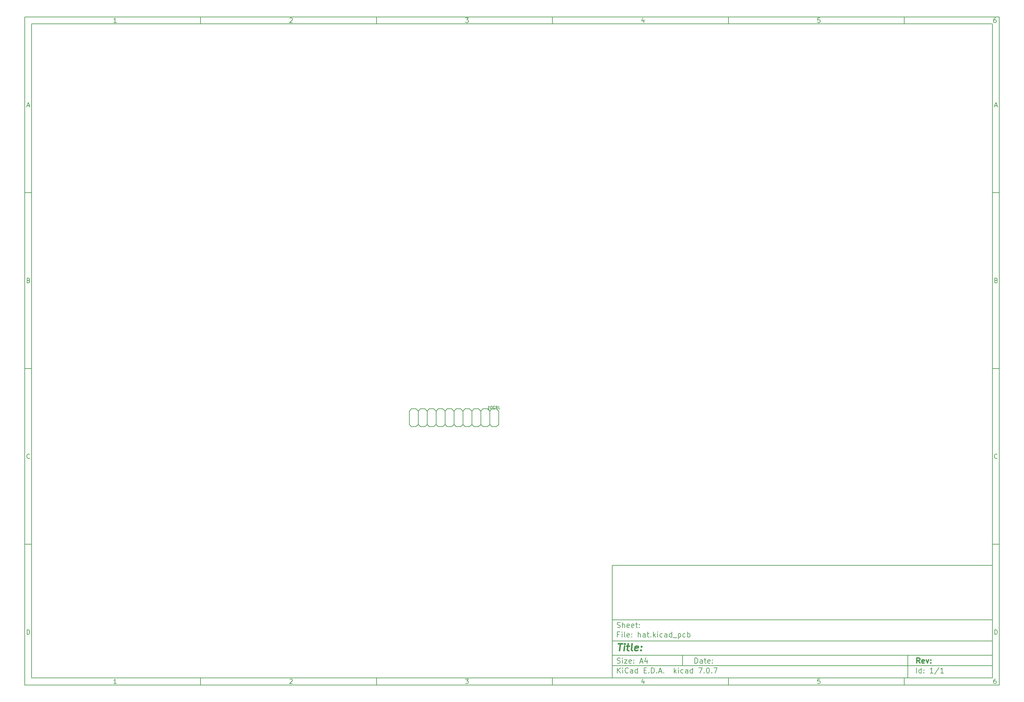
<source format=gbo>
%TF.GenerationSoftware,KiCad,Pcbnew,7.0.7*%
%TF.CreationDate,2023-12-26T13:29:34+01:00*%
%TF.ProjectId,hat,6861742e-6b69-4636-9164-5f7063625858,rev?*%
%TF.SameCoordinates,Original*%
%TF.FileFunction,Legend,Bot*%
%TF.FilePolarity,Positive*%
%FSLAX46Y46*%
G04 Gerber Fmt 4.6, Leading zero omitted, Abs format (unit mm)*
G04 Created by KiCad (PCBNEW 7.0.7) date 2023-12-26 13:29:34*
%MOMM*%
%LPD*%
G01*
G04 APERTURE LIST*
%ADD10C,0.100000*%
%ADD11C,0.150000*%
%ADD12C,0.300000*%
%ADD13C,0.400000*%
%ADD14C,0.127000*%
%ADD15C,0.152400*%
G04 APERTURE END LIST*
D10*
D11*
X177002200Y-166007200D02*
X285002200Y-166007200D01*
X285002200Y-198007200D01*
X177002200Y-198007200D01*
X177002200Y-166007200D01*
D10*
D11*
X10000000Y-10000000D02*
X287002200Y-10000000D01*
X287002200Y-200007200D01*
X10000000Y-200007200D01*
X10000000Y-10000000D01*
D10*
D11*
X12000000Y-12000000D02*
X285002200Y-12000000D01*
X285002200Y-198007200D01*
X12000000Y-198007200D01*
X12000000Y-12000000D01*
D10*
D11*
X60000000Y-12000000D02*
X60000000Y-10000000D01*
D10*
D11*
X110000000Y-12000000D02*
X110000000Y-10000000D01*
D10*
D11*
X160000000Y-12000000D02*
X160000000Y-10000000D01*
D10*
D11*
X210000000Y-12000000D02*
X210000000Y-10000000D01*
D10*
D11*
X260000000Y-12000000D02*
X260000000Y-10000000D01*
D10*
D11*
X36089160Y-11593604D02*
X35346303Y-11593604D01*
X35717731Y-11593604D02*
X35717731Y-10293604D01*
X35717731Y-10293604D02*
X35593922Y-10479319D01*
X35593922Y-10479319D02*
X35470112Y-10603128D01*
X35470112Y-10603128D02*
X35346303Y-10665033D01*
D10*
D11*
X85346303Y-10417414D02*
X85408207Y-10355509D01*
X85408207Y-10355509D02*
X85532017Y-10293604D01*
X85532017Y-10293604D02*
X85841541Y-10293604D01*
X85841541Y-10293604D02*
X85965350Y-10355509D01*
X85965350Y-10355509D02*
X86027255Y-10417414D01*
X86027255Y-10417414D02*
X86089160Y-10541223D01*
X86089160Y-10541223D02*
X86089160Y-10665033D01*
X86089160Y-10665033D02*
X86027255Y-10850747D01*
X86027255Y-10850747D02*
X85284398Y-11593604D01*
X85284398Y-11593604D02*
X86089160Y-11593604D01*
D10*
D11*
X135284398Y-10293604D02*
X136089160Y-10293604D01*
X136089160Y-10293604D02*
X135655826Y-10788842D01*
X135655826Y-10788842D02*
X135841541Y-10788842D01*
X135841541Y-10788842D02*
X135965350Y-10850747D01*
X135965350Y-10850747D02*
X136027255Y-10912652D01*
X136027255Y-10912652D02*
X136089160Y-11036461D01*
X136089160Y-11036461D02*
X136089160Y-11345985D01*
X136089160Y-11345985D02*
X136027255Y-11469795D01*
X136027255Y-11469795D02*
X135965350Y-11531700D01*
X135965350Y-11531700D02*
X135841541Y-11593604D01*
X135841541Y-11593604D02*
X135470112Y-11593604D01*
X135470112Y-11593604D02*
X135346303Y-11531700D01*
X135346303Y-11531700D02*
X135284398Y-11469795D01*
D10*
D11*
X185965350Y-10726938D02*
X185965350Y-11593604D01*
X185655826Y-10231700D02*
X185346303Y-11160271D01*
X185346303Y-11160271D02*
X186151064Y-11160271D01*
D10*
D11*
X236027255Y-10293604D02*
X235408207Y-10293604D01*
X235408207Y-10293604D02*
X235346303Y-10912652D01*
X235346303Y-10912652D02*
X235408207Y-10850747D01*
X235408207Y-10850747D02*
X235532017Y-10788842D01*
X235532017Y-10788842D02*
X235841541Y-10788842D01*
X235841541Y-10788842D02*
X235965350Y-10850747D01*
X235965350Y-10850747D02*
X236027255Y-10912652D01*
X236027255Y-10912652D02*
X236089160Y-11036461D01*
X236089160Y-11036461D02*
X236089160Y-11345985D01*
X236089160Y-11345985D02*
X236027255Y-11469795D01*
X236027255Y-11469795D02*
X235965350Y-11531700D01*
X235965350Y-11531700D02*
X235841541Y-11593604D01*
X235841541Y-11593604D02*
X235532017Y-11593604D01*
X235532017Y-11593604D02*
X235408207Y-11531700D01*
X235408207Y-11531700D02*
X235346303Y-11469795D01*
D10*
D11*
X285965350Y-10293604D02*
X285717731Y-10293604D01*
X285717731Y-10293604D02*
X285593922Y-10355509D01*
X285593922Y-10355509D02*
X285532017Y-10417414D01*
X285532017Y-10417414D02*
X285408207Y-10603128D01*
X285408207Y-10603128D02*
X285346303Y-10850747D01*
X285346303Y-10850747D02*
X285346303Y-11345985D01*
X285346303Y-11345985D02*
X285408207Y-11469795D01*
X285408207Y-11469795D02*
X285470112Y-11531700D01*
X285470112Y-11531700D02*
X285593922Y-11593604D01*
X285593922Y-11593604D02*
X285841541Y-11593604D01*
X285841541Y-11593604D02*
X285965350Y-11531700D01*
X285965350Y-11531700D02*
X286027255Y-11469795D01*
X286027255Y-11469795D02*
X286089160Y-11345985D01*
X286089160Y-11345985D02*
X286089160Y-11036461D01*
X286089160Y-11036461D02*
X286027255Y-10912652D01*
X286027255Y-10912652D02*
X285965350Y-10850747D01*
X285965350Y-10850747D02*
X285841541Y-10788842D01*
X285841541Y-10788842D02*
X285593922Y-10788842D01*
X285593922Y-10788842D02*
X285470112Y-10850747D01*
X285470112Y-10850747D02*
X285408207Y-10912652D01*
X285408207Y-10912652D02*
X285346303Y-11036461D01*
D10*
D11*
X60000000Y-198007200D02*
X60000000Y-200007200D01*
D10*
D11*
X110000000Y-198007200D02*
X110000000Y-200007200D01*
D10*
D11*
X160000000Y-198007200D02*
X160000000Y-200007200D01*
D10*
D11*
X210000000Y-198007200D02*
X210000000Y-200007200D01*
D10*
D11*
X260000000Y-198007200D02*
X260000000Y-200007200D01*
D10*
D11*
X36089160Y-199600804D02*
X35346303Y-199600804D01*
X35717731Y-199600804D02*
X35717731Y-198300804D01*
X35717731Y-198300804D02*
X35593922Y-198486519D01*
X35593922Y-198486519D02*
X35470112Y-198610328D01*
X35470112Y-198610328D02*
X35346303Y-198672233D01*
D10*
D11*
X85346303Y-198424614D02*
X85408207Y-198362709D01*
X85408207Y-198362709D02*
X85532017Y-198300804D01*
X85532017Y-198300804D02*
X85841541Y-198300804D01*
X85841541Y-198300804D02*
X85965350Y-198362709D01*
X85965350Y-198362709D02*
X86027255Y-198424614D01*
X86027255Y-198424614D02*
X86089160Y-198548423D01*
X86089160Y-198548423D02*
X86089160Y-198672233D01*
X86089160Y-198672233D02*
X86027255Y-198857947D01*
X86027255Y-198857947D02*
X85284398Y-199600804D01*
X85284398Y-199600804D02*
X86089160Y-199600804D01*
D10*
D11*
X135284398Y-198300804D02*
X136089160Y-198300804D01*
X136089160Y-198300804D02*
X135655826Y-198796042D01*
X135655826Y-198796042D02*
X135841541Y-198796042D01*
X135841541Y-198796042D02*
X135965350Y-198857947D01*
X135965350Y-198857947D02*
X136027255Y-198919852D01*
X136027255Y-198919852D02*
X136089160Y-199043661D01*
X136089160Y-199043661D02*
X136089160Y-199353185D01*
X136089160Y-199353185D02*
X136027255Y-199476995D01*
X136027255Y-199476995D02*
X135965350Y-199538900D01*
X135965350Y-199538900D02*
X135841541Y-199600804D01*
X135841541Y-199600804D02*
X135470112Y-199600804D01*
X135470112Y-199600804D02*
X135346303Y-199538900D01*
X135346303Y-199538900D02*
X135284398Y-199476995D01*
D10*
D11*
X185965350Y-198734138D02*
X185965350Y-199600804D01*
X185655826Y-198238900D02*
X185346303Y-199167471D01*
X185346303Y-199167471D02*
X186151064Y-199167471D01*
D10*
D11*
X236027255Y-198300804D02*
X235408207Y-198300804D01*
X235408207Y-198300804D02*
X235346303Y-198919852D01*
X235346303Y-198919852D02*
X235408207Y-198857947D01*
X235408207Y-198857947D02*
X235532017Y-198796042D01*
X235532017Y-198796042D02*
X235841541Y-198796042D01*
X235841541Y-198796042D02*
X235965350Y-198857947D01*
X235965350Y-198857947D02*
X236027255Y-198919852D01*
X236027255Y-198919852D02*
X236089160Y-199043661D01*
X236089160Y-199043661D02*
X236089160Y-199353185D01*
X236089160Y-199353185D02*
X236027255Y-199476995D01*
X236027255Y-199476995D02*
X235965350Y-199538900D01*
X235965350Y-199538900D02*
X235841541Y-199600804D01*
X235841541Y-199600804D02*
X235532017Y-199600804D01*
X235532017Y-199600804D02*
X235408207Y-199538900D01*
X235408207Y-199538900D02*
X235346303Y-199476995D01*
D10*
D11*
X285965350Y-198300804D02*
X285717731Y-198300804D01*
X285717731Y-198300804D02*
X285593922Y-198362709D01*
X285593922Y-198362709D02*
X285532017Y-198424614D01*
X285532017Y-198424614D02*
X285408207Y-198610328D01*
X285408207Y-198610328D02*
X285346303Y-198857947D01*
X285346303Y-198857947D02*
X285346303Y-199353185D01*
X285346303Y-199353185D02*
X285408207Y-199476995D01*
X285408207Y-199476995D02*
X285470112Y-199538900D01*
X285470112Y-199538900D02*
X285593922Y-199600804D01*
X285593922Y-199600804D02*
X285841541Y-199600804D01*
X285841541Y-199600804D02*
X285965350Y-199538900D01*
X285965350Y-199538900D02*
X286027255Y-199476995D01*
X286027255Y-199476995D02*
X286089160Y-199353185D01*
X286089160Y-199353185D02*
X286089160Y-199043661D01*
X286089160Y-199043661D02*
X286027255Y-198919852D01*
X286027255Y-198919852D02*
X285965350Y-198857947D01*
X285965350Y-198857947D02*
X285841541Y-198796042D01*
X285841541Y-198796042D02*
X285593922Y-198796042D01*
X285593922Y-198796042D02*
X285470112Y-198857947D01*
X285470112Y-198857947D02*
X285408207Y-198919852D01*
X285408207Y-198919852D02*
X285346303Y-199043661D01*
D10*
D11*
X10000000Y-60000000D02*
X12000000Y-60000000D01*
D10*
D11*
X10000000Y-110000000D02*
X12000000Y-110000000D01*
D10*
D11*
X10000000Y-160000000D02*
X12000000Y-160000000D01*
D10*
D11*
X10690476Y-35222176D02*
X11309523Y-35222176D01*
X10566666Y-35593604D02*
X10999999Y-34293604D01*
X10999999Y-34293604D02*
X11433333Y-35593604D01*
D10*
D11*
X11092857Y-84912652D02*
X11278571Y-84974557D01*
X11278571Y-84974557D02*
X11340476Y-85036461D01*
X11340476Y-85036461D02*
X11402380Y-85160271D01*
X11402380Y-85160271D02*
X11402380Y-85345985D01*
X11402380Y-85345985D02*
X11340476Y-85469795D01*
X11340476Y-85469795D02*
X11278571Y-85531700D01*
X11278571Y-85531700D02*
X11154761Y-85593604D01*
X11154761Y-85593604D02*
X10659523Y-85593604D01*
X10659523Y-85593604D02*
X10659523Y-84293604D01*
X10659523Y-84293604D02*
X11092857Y-84293604D01*
X11092857Y-84293604D02*
X11216666Y-84355509D01*
X11216666Y-84355509D02*
X11278571Y-84417414D01*
X11278571Y-84417414D02*
X11340476Y-84541223D01*
X11340476Y-84541223D02*
X11340476Y-84665033D01*
X11340476Y-84665033D02*
X11278571Y-84788842D01*
X11278571Y-84788842D02*
X11216666Y-84850747D01*
X11216666Y-84850747D02*
X11092857Y-84912652D01*
X11092857Y-84912652D02*
X10659523Y-84912652D01*
D10*
D11*
X11402380Y-135469795D02*
X11340476Y-135531700D01*
X11340476Y-135531700D02*
X11154761Y-135593604D01*
X11154761Y-135593604D02*
X11030952Y-135593604D01*
X11030952Y-135593604D02*
X10845238Y-135531700D01*
X10845238Y-135531700D02*
X10721428Y-135407890D01*
X10721428Y-135407890D02*
X10659523Y-135284080D01*
X10659523Y-135284080D02*
X10597619Y-135036461D01*
X10597619Y-135036461D02*
X10597619Y-134850747D01*
X10597619Y-134850747D02*
X10659523Y-134603128D01*
X10659523Y-134603128D02*
X10721428Y-134479319D01*
X10721428Y-134479319D02*
X10845238Y-134355509D01*
X10845238Y-134355509D02*
X11030952Y-134293604D01*
X11030952Y-134293604D02*
X11154761Y-134293604D01*
X11154761Y-134293604D02*
X11340476Y-134355509D01*
X11340476Y-134355509D02*
X11402380Y-134417414D01*
D10*
D11*
X10659523Y-185593604D02*
X10659523Y-184293604D01*
X10659523Y-184293604D02*
X10969047Y-184293604D01*
X10969047Y-184293604D02*
X11154761Y-184355509D01*
X11154761Y-184355509D02*
X11278571Y-184479319D01*
X11278571Y-184479319D02*
X11340476Y-184603128D01*
X11340476Y-184603128D02*
X11402380Y-184850747D01*
X11402380Y-184850747D02*
X11402380Y-185036461D01*
X11402380Y-185036461D02*
X11340476Y-185284080D01*
X11340476Y-185284080D02*
X11278571Y-185407890D01*
X11278571Y-185407890D02*
X11154761Y-185531700D01*
X11154761Y-185531700D02*
X10969047Y-185593604D01*
X10969047Y-185593604D02*
X10659523Y-185593604D01*
D10*
D11*
X287002200Y-60000000D02*
X285002200Y-60000000D01*
D10*
D11*
X287002200Y-110000000D02*
X285002200Y-110000000D01*
D10*
D11*
X287002200Y-160000000D02*
X285002200Y-160000000D01*
D10*
D11*
X285692676Y-35222176D02*
X286311723Y-35222176D01*
X285568866Y-35593604D02*
X286002199Y-34293604D01*
X286002199Y-34293604D02*
X286435533Y-35593604D01*
D10*
D11*
X286095057Y-84912652D02*
X286280771Y-84974557D01*
X286280771Y-84974557D02*
X286342676Y-85036461D01*
X286342676Y-85036461D02*
X286404580Y-85160271D01*
X286404580Y-85160271D02*
X286404580Y-85345985D01*
X286404580Y-85345985D02*
X286342676Y-85469795D01*
X286342676Y-85469795D02*
X286280771Y-85531700D01*
X286280771Y-85531700D02*
X286156961Y-85593604D01*
X286156961Y-85593604D02*
X285661723Y-85593604D01*
X285661723Y-85593604D02*
X285661723Y-84293604D01*
X285661723Y-84293604D02*
X286095057Y-84293604D01*
X286095057Y-84293604D02*
X286218866Y-84355509D01*
X286218866Y-84355509D02*
X286280771Y-84417414D01*
X286280771Y-84417414D02*
X286342676Y-84541223D01*
X286342676Y-84541223D02*
X286342676Y-84665033D01*
X286342676Y-84665033D02*
X286280771Y-84788842D01*
X286280771Y-84788842D02*
X286218866Y-84850747D01*
X286218866Y-84850747D02*
X286095057Y-84912652D01*
X286095057Y-84912652D02*
X285661723Y-84912652D01*
D10*
D11*
X286404580Y-135469795D02*
X286342676Y-135531700D01*
X286342676Y-135531700D02*
X286156961Y-135593604D01*
X286156961Y-135593604D02*
X286033152Y-135593604D01*
X286033152Y-135593604D02*
X285847438Y-135531700D01*
X285847438Y-135531700D02*
X285723628Y-135407890D01*
X285723628Y-135407890D02*
X285661723Y-135284080D01*
X285661723Y-135284080D02*
X285599819Y-135036461D01*
X285599819Y-135036461D02*
X285599819Y-134850747D01*
X285599819Y-134850747D02*
X285661723Y-134603128D01*
X285661723Y-134603128D02*
X285723628Y-134479319D01*
X285723628Y-134479319D02*
X285847438Y-134355509D01*
X285847438Y-134355509D02*
X286033152Y-134293604D01*
X286033152Y-134293604D02*
X286156961Y-134293604D01*
X286156961Y-134293604D02*
X286342676Y-134355509D01*
X286342676Y-134355509D02*
X286404580Y-134417414D01*
D10*
D11*
X285661723Y-185593604D02*
X285661723Y-184293604D01*
X285661723Y-184293604D02*
X285971247Y-184293604D01*
X285971247Y-184293604D02*
X286156961Y-184355509D01*
X286156961Y-184355509D02*
X286280771Y-184479319D01*
X286280771Y-184479319D02*
X286342676Y-184603128D01*
X286342676Y-184603128D02*
X286404580Y-184850747D01*
X286404580Y-184850747D02*
X286404580Y-185036461D01*
X286404580Y-185036461D02*
X286342676Y-185284080D01*
X286342676Y-185284080D02*
X286280771Y-185407890D01*
X286280771Y-185407890D02*
X286156961Y-185531700D01*
X286156961Y-185531700D02*
X285971247Y-185593604D01*
X285971247Y-185593604D02*
X285661723Y-185593604D01*
D10*
D11*
X200458026Y-193793328D02*
X200458026Y-192293328D01*
X200458026Y-192293328D02*
X200815169Y-192293328D01*
X200815169Y-192293328D02*
X201029455Y-192364757D01*
X201029455Y-192364757D02*
X201172312Y-192507614D01*
X201172312Y-192507614D02*
X201243741Y-192650471D01*
X201243741Y-192650471D02*
X201315169Y-192936185D01*
X201315169Y-192936185D02*
X201315169Y-193150471D01*
X201315169Y-193150471D02*
X201243741Y-193436185D01*
X201243741Y-193436185D02*
X201172312Y-193579042D01*
X201172312Y-193579042D02*
X201029455Y-193721900D01*
X201029455Y-193721900D02*
X200815169Y-193793328D01*
X200815169Y-193793328D02*
X200458026Y-193793328D01*
X202600884Y-193793328D02*
X202600884Y-193007614D01*
X202600884Y-193007614D02*
X202529455Y-192864757D01*
X202529455Y-192864757D02*
X202386598Y-192793328D01*
X202386598Y-192793328D02*
X202100884Y-192793328D01*
X202100884Y-192793328D02*
X201958026Y-192864757D01*
X202600884Y-193721900D02*
X202458026Y-193793328D01*
X202458026Y-193793328D02*
X202100884Y-193793328D01*
X202100884Y-193793328D02*
X201958026Y-193721900D01*
X201958026Y-193721900D02*
X201886598Y-193579042D01*
X201886598Y-193579042D02*
X201886598Y-193436185D01*
X201886598Y-193436185D02*
X201958026Y-193293328D01*
X201958026Y-193293328D02*
X202100884Y-193221900D01*
X202100884Y-193221900D02*
X202458026Y-193221900D01*
X202458026Y-193221900D02*
X202600884Y-193150471D01*
X203100884Y-192793328D02*
X203672312Y-192793328D01*
X203315169Y-192293328D02*
X203315169Y-193579042D01*
X203315169Y-193579042D02*
X203386598Y-193721900D01*
X203386598Y-193721900D02*
X203529455Y-193793328D01*
X203529455Y-193793328D02*
X203672312Y-193793328D01*
X204743741Y-193721900D02*
X204600884Y-193793328D01*
X204600884Y-193793328D02*
X204315170Y-193793328D01*
X204315170Y-193793328D02*
X204172312Y-193721900D01*
X204172312Y-193721900D02*
X204100884Y-193579042D01*
X204100884Y-193579042D02*
X204100884Y-193007614D01*
X204100884Y-193007614D02*
X204172312Y-192864757D01*
X204172312Y-192864757D02*
X204315170Y-192793328D01*
X204315170Y-192793328D02*
X204600884Y-192793328D01*
X204600884Y-192793328D02*
X204743741Y-192864757D01*
X204743741Y-192864757D02*
X204815170Y-193007614D01*
X204815170Y-193007614D02*
X204815170Y-193150471D01*
X204815170Y-193150471D02*
X204100884Y-193293328D01*
X205458026Y-193650471D02*
X205529455Y-193721900D01*
X205529455Y-193721900D02*
X205458026Y-193793328D01*
X205458026Y-193793328D02*
X205386598Y-193721900D01*
X205386598Y-193721900D02*
X205458026Y-193650471D01*
X205458026Y-193650471D02*
X205458026Y-193793328D01*
X205458026Y-192864757D02*
X205529455Y-192936185D01*
X205529455Y-192936185D02*
X205458026Y-193007614D01*
X205458026Y-193007614D02*
X205386598Y-192936185D01*
X205386598Y-192936185D02*
X205458026Y-192864757D01*
X205458026Y-192864757D02*
X205458026Y-193007614D01*
D10*
D11*
X177002200Y-194507200D02*
X285002200Y-194507200D01*
D10*
D11*
X178458026Y-196593328D02*
X178458026Y-195093328D01*
X179315169Y-196593328D02*
X178672312Y-195736185D01*
X179315169Y-195093328D02*
X178458026Y-195950471D01*
X179958026Y-196593328D02*
X179958026Y-195593328D01*
X179958026Y-195093328D02*
X179886598Y-195164757D01*
X179886598Y-195164757D02*
X179958026Y-195236185D01*
X179958026Y-195236185D02*
X180029455Y-195164757D01*
X180029455Y-195164757D02*
X179958026Y-195093328D01*
X179958026Y-195093328D02*
X179958026Y-195236185D01*
X181529455Y-196450471D02*
X181458027Y-196521900D01*
X181458027Y-196521900D02*
X181243741Y-196593328D01*
X181243741Y-196593328D02*
X181100884Y-196593328D01*
X181100884Y-196593328D02*
X180886598Y-196521900D01*
X180886598Y-196521900D02*
X180743741Y-196379042D01*
X180743741Y-196379042D02*
X180672312Y-196236185D01*
X180672312Y-196236185D02*
X180600884Y-195950471D01*
X180600884Y-195950471D02*
X180600884Y-195736185D01*
X180600884Y-195736185D02*
X180672312Y-195450471D01*
X180672312Y-195450471D02*
X180743741Y-195307614D01*
X180743741Y-195307614D02*
X180886598Y-195164757D01*
X180886598Y-195164757D02*
X181100884Y-195093328D01*
X181100884Y-195093328D02*
X181243741Y-195093328D01*
X181243741Y-195093328D02*
X181458027Y-195164757D01*
X181458027Y-195164757D02*
X181529455Y-195236185D01*
X182815170Y-196593328D02*
X182815170Y-195807614D01*
X182815170Y-195807614D02*
X182743741Y-195664757D01*
X182743741Y-195664757D02*
X182600884Y-195593328D01*
X182600884Y-195593328D02*
X182315170Y-195593328D01*
X182315170Y-195593328D02*
X182172312Y-195664757D01*
X182815170Y-196521900D02*
X182672312Y-196593328D01*
X182672312Y-196593328D02*
X182315170Y-196593328D01*
X182315170Y-196593328D02*
X182172312Y-196521900D01*
X182172312Y-196521900D02*
X182100884Y-196379042D01*
X182100884Y-196379042D02*
X182100884Y-196236185D01*
X182100884Y-196236185D02*
X182172312Y-196093328D01*
X182172312Y-196093328D02*
X182315170Y-196021900D01*
X182315170Y-196021900D02*
X182672312Y-196021900D01*
X182672312Y-196021900D02*
X182815170Y-195950471D01*
X184172313Y-196593328D02*
X184172313Y-195093328D01*
X184172313Y-196521900D02*
X184029455Y-196593328D01*
X184029455Y-196593328D02*
X183743741Y-196593328D01*
X183743741Y-196593328D02*
X183600884Y-196521900D01*
X183600884Y-196521900D02*
X183529455Y-196450471D01*
X183529455Y-196450471D02*
X183458027Y-196307614D01*
X183458027Y-196307614D02*
X183458027Y-195879042D01*
X183458027Y-195879042D02*
X183529455Y-195736185D01*
X183529455Y-195736185D02*
X183600884Y-195664757D01*
X183600884Y-195664757D02*
X183743741Y-195593328D01*
X183743741Y-195593328D02*
X184029455Y-195593328D01*
X184029455Y-195593328D02*
X184172313Y-195664757D01*
X186029455Y-195807614D02*
X186529455Y-195807614D01*
X186743741Y-196593328D02*
X186029455Y-196593328D01*
X186029455Y-196593328D02*
X186029455Y-195093328D01*
X186029455Y-195093328D02*
X186743741Y-195093328D01*
X187386598Y-196450471D02*
X187458027Y-196521900D01*
X187458027Y-196521900D02*
X187386598Y-196593328D01*
X187386598Y-196593328D02*
X187315170Y-196521900D01*
X187315170Y-196521900D02*
X187386598Y-196450471D01*
X187386598Y-196450471D02*
X187386598Y-196593328D01*
X188100884Y-196593328D02*
X188100884Y-195093328D01*
X188100884Y-195093328D02*
X188458027Y-195093328D01*
X188458027Y-195093328D02*
X188672313Y-195164757D01*
X188672313Y-195164757D02*
X188815170Y-195307614D01*
X188815170Y-195307614D02*
X188886599Y-195450471D01*
X188886599Y-195450471D02*
X188958027Y-195736185D01*
X188958027Y-195736185D02*
X188958027Y-195950471D01*
X188958027Y-195950471D02*
X188886599Y-196236185D01*
X188886599Y-196236185D02*
X188815170Y-196379042D01*
X188815170Y-196379042D02*
X188672313Y-196521900D01*
X188672313Y-196521900D02*
X188458027Y-196593328D01*
X188458027Y-196593328D02*
X188100884Y-196593328D01*
X189600884Y-196450471D02*
X189672313Y-196521900D01*
X189672313Y-196521900D02*
X189600884Y-196593328D01*
X189600884Y-196593328D02*
X189529456Y-196521900D01*
X189529456Y-196521900D02*
X189600884Y-196450471D01*
X189600884Y-196450471D02*
X189600884Y-196593328D01*
X190243742Y-196164757D02*
X190958028Y-196164757D01*
X190100885Y-196593328D02*
X190600885Y-195093328D01*
X190600885Y-195093328D02*
X191100885Y-196593328D01*
X191600884Y-196450471D02*
X191672313Y-196521900D01*
X191672313Y-196521900D02*
X191600884Y-196593328D01*
X191600884Y-196593328D02*
X191529456Y-196521900D01*
X191529456Y-196521900D02*
X191600884Y-196450471D01*
X191600884Y-196450471D02*
X191600884Y-196593328D01*
X194600884Y-196593328D02*
X194600884Y-195093328D01*
X194743742Y-196021900D02*
X195172313Y-196593328D01*
X195172313Y-195593328D02*
X194600884Y-196164757D01*
X195815170Y-196593328D02*
X195815170Y-195593328D01*
X195815170Y-195093328D02*
X195743742Y-195164757D01*
X195743742Y-195164757D02*
X195815170Y-195236185D01*
X195815170Y-195236185D02*
X195886599Y-195164757D01*
X195886599Y-195164757D02*
X195815170Y-195093328D01*
X195815170Y-195093328D02*
X195815170Y-195236185D01*
X197172314Y-196521900D02*
X197029456Y-196593328D01*
X197029456Y-196593328D02*
X196743742Y-196593328D01*
X196743742Y-196593328D02*
X196600885Y-196521900D01*
X196600885Y-196521900D02*
X196529456Y-196450471D01*
X196529456Y-196450471D02*
X196458028Y-196307614D01*
X196458028Y-196307614D02*
X196458028Y-195879042D01*
X196458028Y-195879042D02*
X196529456Y-195736185D01*
X196529456Y-195736185D02*
X196600885Y-195664757D01*
X196600885Y-195664757D02*
X196743742Y-195593328D01*
X196743742Y-195593328D02*
X197029456Y-195593328D01*
X197029456Y-195593328D02*
X197172314Y-195664757D01*
X198458028Y-196593328D02*
X198458028Y-195807614D01*
X198458028Y-195807614D02*
X198386599Y-195664757D01*
X198386599Y-195664757D02*
X198243742Y-195593328D01*
X198243742Y-195593328D02*
X197958028Y-195593328D01*
X197958028Y-195593328D02*
X197815170Y-195664757D01*
X198458028Y-196521900D02*
X198315170Y-196593328D01*
X198315170Y-196593328D02*
X197958028Y-196593328D01*
X197958028Y-196593328D02*
X197815170Y-196521900D01*
X197815170Y-196521900D02*
X197743742Y-196379042D01*
X197743742Y-196379042D02*
X197743742Y-196236185D01*
X197743742Y-196236185D02*
X197815170Y-196093328D01*
X197815170Y-196093328D02*
X197958028Y-196021900D01*
X197958028Y-196021900D02*
X198315170Y-196021900D01*
X198315170Y-196021900D02*
X198458028Y-195950471D01*
X199815171Y-196593328D02*
X199815171Y-195093328D01*
X199815171Y-196521900D02*
X199672313Y-196593328D01*
X199672313Y-196593328D02*
X199386599Y-196593328D01*
X199386599Y-196593328D02*
X199243742Y-196521900D01*
X199243742Y-196521900D02*
X199172313Y-196450471D01*
X199172313Y-196450471D02*
X199100885Y-196307614D01*
X199100885Y-196307614D02*
X199100885Y-195879042D01*
X199100885Y-195879042D02*
X199172313Y-195736185D01*
X199172313Y-195736185D02*
X199243742Y-195664757D01*
X199243742Y-195664757D02*
X199386599Y-195593328D01*
X199386599Y-195593328D02*
X199672313Y-195593328D01*
X199672313Y-195593328D02*
X199815171Y-195664757D01*
X201529456Y-195093328D02*
X202529456Y-195093328D01*
X202529456Y-195093328D02*
X201886599Y-196593328D01*
X203100884Y-196450471D02*
X203172313Y-196521900D01*
X203172313Y-196521900D02*
X203100884Y-196593328D01*
X203100884Y-196593328D02*
X203029456Y-196521900D01*
X203029456Y-196521900D02*
X203100884Y-196450471D01*
X203100884Y-196450471D02*
X203100884Y-196593328D01*
X204100885Y-195093328D02*
X204243742Y-195093328D01*
X204243742Y-195093328D02*
X204386599Y-195164757D01*
X204386599Y-195164757D02*
X204458028Y-195236185D01*
X204458028Y-195236185D02*
X204529456Y-195379042D01*
X204529456Y-195379042D02*
X204600885Y-195664757D01*
X204600885Y-195664757D02*
X204600885Y-196021900D01*
X204600885Y-196021900D02*
X204529456Y-196307614D01*
X204529456Y-196307614D02*
X204458028Y-196450471D01*
X204458028Y-196450471D02*
X204386599Y-196521900D01*
X204386599Y-196521900D02*
X204243742Y-196593328D01*
X204243742Y-196593328D02*
X204100885Y-196593328D01*
X204100885Y-196593328D02*
X203958028Y-196521900D01*
X203958028Y-196521900D02*
X203886599Y-196450471D01*
X203886599Y-196450471D02*
X203815170Y-196307614D01*
X203815170Y-196307614D02*
X203743742Y-196021900D01*
X203743742Y-196021900D02*
X203743742Y-195664757D01*
X203743742Y-195664757D02*
X203815170Y-195379042D01*
X203815170Y-195379042D02*
X203886599Y-195236185D01*
X203886599Y-195236185D02*
X203958028Y-195164757D01*
X203958028Y-195164757D02*
X204100885Y-195093328D01*
X205243741Y-196450471D02*
X205315170Y-196521900D01*
X205315170Y-196521900D02*
X205243741Y-196593328D01*
X205243741Y-196593328D02*
X205172313Y-196521900D01*
X205172313Y-196521900D02*
X205243741Y-196450471D01*
X205243741Y-196450471D02*
X205243741Y-196593328D01*
X205815170Y-195093328D02*
X206815170Y-195093328D01*
X206815170Y-195093328D02*
X206172313Y-196593328D01*
D10*
D11*
X177002200Y-191507200D02*
X285002200Y-191507200D01*
D10*
D12*
X264413853Y-193785528D02*
X263913853Y-193071242D01*
X263556710Y-193785528D02*
X263556710Y-192285528D01*
X263556710Y-192285528D02*
X264128139Y-192285528D01*
X264128139Y-192285528D02*
X264270996Y-192356957D01*
X264270996Y-192356957D02*
X264342425Y-192428385D01*
X264342425Y-192428385D02*
X264413853Y-192571242D01*
X264413853Y-192571242D02*
X264413853Y-192785528D01*
X264413853Y-192785528D02*
X264342425Y-192928385D01*
X264342425Y-192928385D02*
X264270996Y-192999814D01*
X264270996Y-192999814D02*
X264128139Y-193071242D01*
X264128139Y-193071242D02*
X263556710Y-193071242D01*
X265628139Y-193714100D02*
X265485282Y-193785528D01*
X265485282Y-193785528D02*
X265199568Y-193785528D01*
X265199568Y-193785528D02*
X265056710Y-193714100D01*
X265056710Y-193714100D02*
X264985282Y-193571242D01*
X264985282Y-193571242D02*
X264985282Y-192999814D01*
X264985282Y-192999814D02*
X265056710Y-192856957D01*
X265056710Y-192856957D02*
X265199568Y-192785528D01*
X265199568Y-192785528D02*
X265485282Y-192785528D01*
X265485282Y-192785528D02*
X265628139Y-192856957D01*
X265628139Y-192856957D02*
X265699568Y-192999814D01*
X265699568Y-192999814D02*
X265699568Y-193142671D01*
X265699568Y-193142671D02*
X264985282Y-193285528D01*
X266199567Y-192785528D02*
X266556710Y-193785528D01*
X266556710Y-193785528D02*
X266913853Y-192785528D01*
X267485281Y-193642671D02*
X267556710Y-193714100D01*
X267556710Y-193714100D02*
X267485281Y-193785528D01*
X267485281Y-193785528D02*
X267413853Y-193714100D01*
X267413853Y-193714100D02*
X267485281Y-193642671D01*
X267485281Y-193642671D02*
X267485281Y-193785528D01*
X267485281Y-192856957D02*
X267556710Y-192928385D01*
X267556710Y-192928385D02*
X267485281Y-192999814D01*
X267485281Y-192999814D02*
X267413853Y-192928385D01*
X267413853Y-192928385D02*
X267485281Y-192856957D01*
X267485281Y-192856957D02*
X267485281Y-192999814D01*
D10*
D11*
X178386598Y-193721900D02*
X178600884Y-193793328D01*
X178600884Y-193793328D02*
X178958026Y-193793328D01*
X178958026Y-193793328D02*
X179100884Y-193721900D01*
X179100884Y-193721900D02*
X179172312Y-193650471D01*
X179172312Y-193650471D02*
X179243741Y-193507614D01*
X179243741Y-193507614D02*
X179243741Y-193364757D01*
X179243741Y-193364757D02*
X179172312Y-193221900D01*
X179172312Y-193221900D02*
X179100884Y-193150471D01*
X179100884Y-193150471D02*
X178958026Y-193079042D01*
X178958026Y-193079042D02*
X178672312Y-193007614D01*
X178672312Y-193007614D02*
X178529455Y-192936185D01*
X178529455Y-192936185D02*
X178458026Y-192864757D01*
X178458026Y-192864757D02*
X178386598Y-192721900D01*
X178386598Y-192721900D02*
X178386598Y-192579042D01*
X178386598Y-192579042D02*
X178458026Y-192436185D01*
X178458026Y-192436185D02*
X178529455Y-192364757D01*
X178529455Y-192364757D02*
X178672312Y-192293328D01*
X178672312Y-192293328D02*
X179029455Y-192293328D01*
X179029455Y-192293328D02*
X179243741Y-192364757D01*
X179886597Y-193793328D02*
X179886597Y-192793328D01*
X179886597Y-192293328D02*
X179815169Y-192364757D01*
X179815169Y-192364757D02*
X179886597Y-192436185D01*
X179886597Y-192436185D02*
X179958026Y-192364757D01*
X179958026Y-192364757D02*
X179886597Y-192293328D01*
X179886597Y-192293328D02*
X179886597Y-192436185D01*
X180458026Y-192793328D02*
X181243741Y-192793328D01*
X181243741Y-192793328D02*
X180458026Y-193793328D01*
X180458026Y-193793328D02*
X181243741Y-193793328D01*
X182386598Y-193721900D02*
X182243741Y-193793328D01*
X182243741Y-193793328D02*
X181958027Y-193793328D01*
X181958027Y-193793328D02*
X181815169Y-193721900D01*
X181815169Y-193721900D02*
X181743741Y-193579042D01*
X181743741Y-193579042D02*
X181743741Y-193007614D01*
X181743741Y-193007614D02*
X181815169Y-192864757D01*
X181815169Y-192864757D02*
X181958027Y-192793328D01*
X181958027Y-192793328D02*
X182243741Y-192793328D01*
X182243741Y-192793328D02*
X182386598Y-192864757D01*
X182386598Y-192864757D02*
X182458027Y-193007614D01*
X182458027Y-193007614D02*
X182458027Y-193150471D01*
X182458027Y-193150471D02*
X181743741Y-193293328D01*
X183100883Y-193650471D02*
X183172312Y-193721900D01*
X183172312Y-193721900D02*
X183100883Y-193793328D01*
X183100883Y-193793328D02*
X183029455Y-193721900D01*
X183029455Y-193721900D02*
X183100883Y-193650471D01*
X183100883Y-193650471D02*
X183100883Y-193793328D01*
X183100883Y-192864757D02*
X183172312Y-192936185D01*
X183172312Y-192936185D02*
X183100883Y-193007614D01*
X183100883Y-193007614D02*
X183029455Y-192936185D01*
X183029455Y-192936185D02*
X183100883Y-192864757D01*
X183100883Y-192864757D02*
X183100883Y-193007614D01*
X184886598Y-193364757D02*
X185600884Y-193364757D01*
X184743741Y-193793328D02*
X185243741Y-192293328D01*
X185243741Y-192293328D02*
X185743741Y-193793328D01*
X186886598Y-192793328D02*
X186886598Y-193793328D01*
X186529455Y-192221900D02*
X186172312Y-193293328D01*
X186172312Y-193293328D02*
X187100883Y-193293328D01*
D10*
D11*
X263458026Y-196593328D02*
X263458026Y-195093328D01*
X264815170Y-196593328D02*
X264815170Y-195093328D01*
X264815170Y-196521900D02*
X264672312Y-196593328D01*
X264672312Y-196593328D02*
X264386598Y-196593328D01*
X264386598Y-196593328D02*
X264243741Y-196521900D01*
X264243741Y-196521900D02*
X264172312Y-196450471D01*
X264172312Y-196450471D02*
X264100884Y-196307614D01*
X264100884Y-196307614D02*
X264100884Y-195879042D01*
X264100884Y-195879042D02*
X264172312Y-195736185D01*
X264172312Y-195736185D02*
X264243741Y-195664757D01*
X264243741Y-195664757D02*
X264386598Y-195593328D01*
X264386598Y-195593328D02*
X264672312Y-195593328D01*
X264672312Y-195593328D02*
X264815170Y-195664757D01*
X265529455Y-196450471D02*
X265600884Y-196521900D01*
X265600884Y-196521900D02*
X265529455Y-196593328D01*
X265529455Y-196593328D02*
X265458027Y-196521900D01*
X265458027Y-196521900D02*
X265529455Y-196450471D01*
X265529455Y-196450471D02*
X265529455Y-196593328D01*
X265529455Y-195664757D02*
X265600884Y-195736185D01*
X265600884Y-195736185D02*
X265529455Y-195807614D01*
X265529455Y-195807614D02*
X265458027Y-195736185D01*
X265458027Y-195736185D02*
X265529455Y-195664757D01*
X265529455Y-195664757D02*
X265529455Y-195807614D01*
X268172313Y-196593328D02*
X267315170Y-196593328D01*
X267743741Y-196593328D02*
X267743741Y-195093328D01*
X267743741Y-195093328D02*
X267600884Y-195307614D01*
X267600884Y-195307614D02*
X267458027Y-195450471D01*
X267458027Y-195450471D02*
X267315170Y-195521900D01*
X269886598Y-195021900D02*
X268600884Y-196950471D01*
X271172313Y-196593328D02*
X270315170Y-196593328D01*
X270743741Y-196593328D02*
X270743741Y-195093328D01*
X270743741Y-195093328D02*
X270600884Y-195307614D01*
X270600884Y-195307614D02*
X270458027Y-195450471D01*
X270458027Y-195450471D02*
X270315170Y-195521900D01*
D10*
D11*
X177002200Y-187507200D02*
X285002200Y-187507200D01*
D10*
D13*
X178693928Y-188211638D02*
X179836785Y-188211638D01*
X179015357Y-190211638D02*
X179265357Y-188211638D01*
X180253452Y-190211638D02*
X180420119Y-188878304D01*
X180503452Y-188211638D02*
X180396309Y-188306876D01*
X180396309Y-188306876D02*
X180479643Y-188402114D01*
X180479643Y-188402114D02*
X180586786Y-188306876D01*
X180586786Y-188306876D02*
X180503452Y-188211638D01*
X180503452Y-188211638D02*
X180479643Y-188402114D01*
X181086786Y-188878304D02*
X181848690Y-188878304D01*
X181455833Y-188211638D02*
X181241548Y-189925923D01*
X181241548Y-189925923D02*
X181312976Y-190116400D01*
X181312976Y-190116400D02*
X181491548Y-190211638D01*
X181491548Y-190211638D02*
X181682024Y-190211638D01*
X182634405Y-190211638D02*
X182455833Y-190116400D01*
X182455833Y-190116400D02*
X182384405Y-189925923D01*
X182384405Y-189925923D02*
X182598690Y-188211638D01*
X184170119Y-190116400D02*
X183967738Y-190211638D01*
X183967738Y-190211638D02*
X183586785Y-190211638D01*
X183586785Y-190211638D02*
X183408214Y-190116400D01*
X183408214Y-190116400D02*
X183336785Y-189925923D01*
X183336785Y-189925923D02*
X183432024Y-189164019D01*
X183432024Y-189164019D02*
X183551071Y-188973542D01*
X183551071Y-188973542D02*
X183753452Y-188878304D01*
X183753452Y-188878304D02*
X184134404Y-188878304D01*
X184134404Y-188878304D02*
X184312976Y-188973542D01*
X184312976Y-188973542D02*
X184384404Y-189164019D01*
X184384404Y-189164019D02*
X184360595Y-189354495D01*
X184360595Y-189354495D02*
X183384404Y-189544971D01*
X185134405Y-190021161D02*
X185217738Y-190116400D01*
X185217738Y-190116400D02*
X185110595Y-190211638D01*
X185110595Y-190211638D02*
X185027262Y-190116400D01*
X185027262Y-190116400D02*
X185134405Y-190021161D01*
X185134405Y-190021161D02*
X185110595Y-190211638D01*
X185265357Y-188973542D02*
X185348690Y-189068780D01*
X185348690Y-189068780D02*
X185241548Y-189164019D01*
X185241548Y-189164019D02*
X185158214Y-189068780D01*
X185158214Y-189068780D02*
X185265357Y-188973542D01*
X185265357Y-188973542D02*
X185241548Y-189164019D01*
D10*
D11*
X178958026Y-185607614D02*
X178458026Y-185607614D01*
X178458026Y-186393328D02*
X178458026Y-184893328D01*
X178458026Y-184893328D02*
X179172312Y-184893328D01*
X179743740Y-186393328D02*
X179743740Y-185393328D01*
X179743740Y-184893328D02*
X179672312Y-184964757D01*
X179672312Y-184964757D02*
X179743740Y-185036185D01*
X179743740Y-185036185D02*
X179815169Y-184964757D01*
X179815169Y-184964757D02*
X179743740Y-184893328D01*
X179743740Y-184893328D02*
X179743740Y-185036185D01*
X180672312Y-186393328D02*
X180529455Y-186321900D01*
X180529455Y-186321900D02*
X180458026Y-186179042D01*
X180458026Y-186179042D02*
X180458026Y-184893328D01*
X181815169Y-186321900D02*
X181672312Y-186393328D01*
X181672312Y-186393328D02*
X181386598Y-186393328D01*
X181386598Y-186393328D02*
X181243740Y-186321900D01*
X181243740Y-186321900D02*
X181172312Y-186179042D01*
X181172312Y-186179042D02*
X181172312Y-185607614D01*
X181172312Y-185607614D02*
X181243740Y-185464757D01*
X181243740Y-185464757D02*
X181386598Y-185393328D01*
X181386598Y-185393328D02*
X181672312Y-185393328D01*
X181672312Y-185393328D02*
X181815169Y-185464757D01*
X181815169Y-185464757D02*
X181886598Y-185607614D01*
X181886598Y-185607614D02*
X181886598Y-185750471D01*
X181886598Y-185750471D02*
X181172312Y-185893328D01*
X182529454Y-186250471D02*
X182600883Y-186321900D01*
X182600883Y-186321900D02*
X182529454Y-186393328D01*
X182529454Y-186393328D02*
X182458026Y-186321900D01*
X182458026Y-186321900D02*
X182529454Y-186250471D01*
X182529454Y-186250471D02*
X182529454Y-186393328D01*
X182529454Y-185464757D02*
X182600883Y-185536185D01*
X182600883Y-185536185D02*
X182529454Y-185607614D01*
X182529454Y-185607614D02*
X182458026Y-185536185D01*
X182458026Y-185536185D02*
X182529454Y-185464757D01*
X182529454Y-185464757D02*
X182529454Y-185607614D01*
X184386597Y-186393328D02*
X184386597Y-184893328D01*
X185029455Y-186393328D02*
X185029455Y-185607614D01*
X185029455Y-185607614D02*
X184958026Y-185464757D01*
X184958026Y-185464757D02*
X184815169Y-185393328D01*
X184815169Y-185393328D02*
X184600883Y-185393328D01*
X184600883Y-185393328D02*
X184458026Y-185464757D01*
X184458026Y-185464757D02*
X184386597Y-185536185D01*
X186386598Y-186393328D02*
X186386598Y-185607614D01*
X186386598Y-185607614D02*
X186315169Y-185464757D01*
X186315169Y-185464757D02*
X186172312Y-185393328D01*
X186172312Y-185393328D02*
X185886598Y-185393328D01*
X185886598Y-185393328D02*
X185743740Y-185464757D01*
X186386598Y-186321900D02*
X186243740Y-186393328D01*
X186243740Y-186393328D02*
X185886598Y-186393328D01*
X185886598Y-186393328D02*
X185743740Y-186321900D01*
X185743740Y-186321900D02*
X185672312Y-186179042D01*
X185672312Y-186179042D02*
X185672312Y-186036185D01*
X185672312Y-186036185D02*
X185743740Y-185893328D01*
X185743740Y-185893328D02*
X185886598Y-185821900D01*
X185886598Y-185821900D02*
X186243740Y-185821900D01*
X186243740Y-185821900D02*
X186386598Y-185750471D01*
X186886598Y-185393328D02*
X187458026Y-185393328D01*
X187100883Y-184893328D02*
X187100883Y-186179042D01*
X187100883Y-186179042D02*
X187172312Y-186321900D01*
X187172312Y-186321900D02*
X187315169Y-186393328D01*
X187315169Y-186393328D02*
X187458026Y-186393328D01*
X187958026Y-186250471D02*
X188029455Y-186321900D01*
X188029455Y-186321900D02*
X187958026Y-186393328D01*
X187958026Y-186393328D02*
X187886598Y-186321900D01*
X187886598Y-186321900D02*
X187958026Y-186250471D01*
X187958026Y-186250471D02*
X187958026Y-186393328D01*
X188672312Y-186393328D02*
X188672312Y-184893328D01*
X188815170Y-185821900D02*
X189243741Y-186393328D01*
X189243741Y-185393328D02*
X188672312Y-185964757D01*
X189886598Y-186393328D02*
X189886598Y-185393328D01*
X189886598Y-184893328D02*
X189815170Y-184964757D01*
X189815170Y-184964757D02*
X189886598Y-185036185D01*
X189886598Y-185036185D02*
X189958027Y-184964757D01*
X189958027Y-184964757D02*
X189886598Y-184893328D01*
X189886598Y-184893328D02*
X189886598Y-185036185D01*
X191243742Y-186321900D02*
X191100884Y-186393328D01*
X191100884Y-186393328D02*
X190815170Y-186393328D01*
X190815170Y-186393328D02*
X190672313Y-186321900D01*
X190672313Y-186321900D02*
X190600884Y-186250471D01*
X190600884Y-186250471D02*
X190529456Y-186107614D01*
X190529456Y-186107614D02*
X190529456Y-185679042D01*
X190529456Y-185679042D02*
X190600884Y-185536185D01*
X190600884Y-185536185D02*
X190672313Y-185464757D01*
X190672313Y-185464757D02*
X190815170Y-185393328D01*
X190815170Y-185393328D02*
X191100884Y-185393328D01*
X191100884Y-185393328D02*
X191243742Y-185464757D01*
X192529456Y-186393328D02*
X192529456Y-185607614D01*
X192529456Y-185607614D02*
X192458027Y-185464757D01*
X192458027Y-185464757D02*
X192315170Y-185393328D01*
X192315170Y-185393328D02*
X192029456Y-185393328D01*
X192029456Y-185393328D02*
X191886598Y-185464757D01*
X192529456Y-186321900D02*
X192386598Y-186393328D01*
X192386598Y-186393328D02*
X192029456Y-186393328D01*
X192029456Y-186393328D02*
X191886598Y-186321900D01*
X191886598Y-186321900D02*
X191815170Y-186179042D01*
X191815170Y-186179042D02*
X191815170Y-186036185D01*
X191815170Y-186036185D02*
X191886598Y-185893328D01*
X191886598Y-185893328D02*
X192029456Y-185821900D01*
X192029456Y-185821900D02*
X192386598Y-185821900D01*
X192386598Y-185821900D02*
X192529456Y-185750471D01*
X193886599Y-186393328D02*
X193886599Y-184893328D01*
X193886599Y-186321900D02*
X193743741Y-186393328D01*
X193743741Y-186393328D02*
X193458027Y-186393328D01*
X193458027Y-186393328D02*
X193315170Y-186321900D01*
X193315170Y-186321900D02*
X193243741Y-186250471D01*
X193243741Y-186250471D02*
X193172313Y-186107614D01*
X193172313Y-186107614D02*
X193172313Y-185679042D01*
X193172313Y-185679042D02*
X193243741Y-185536185D01*
X193243741Y-185536185D02*
X193315170Y-185464757D01*
X193315170Y-185464757D02*
X193458027Y-185393328D01*
X193458027Y-185393328D02*
X193743741Y-185393328D01*
X193743741Y-185393328D02*
X193886599Y-185464757D01*
X194243742Y-186536185D02*
X195386599Y-186536185D01*
X195743741Y-185393328D02*
X195743741Y-186893328D01*
X195743741Y-185464757D02*
X195886599Y-185393328D01*
X195886599Y-185393328D02*
X196172313Y-185393328D01*
X196172313Y-185393328D02*
X196315170Y-185464757D01*
X196315170Y-185464757D02*
X196386599Y-185536185D01*
X196386599Y-185536185D02*
X196458027Y-185679042D01*
X196458027Y-185679042D02*
X196458027Y-186107614D01*
X196458027Y-186107614D02*
X196386599Y-186250471D01*
X196386599Y-186250471D02*
X196315170Y-186321900D01*
X196315170Y-186321900D02*
X196172313Y-186393328D01*
X196172313Y-186393328D02*
X195886599Y-186393328D01*
X195886599Y-186393328D02*
X195743741Y-186321900D01*
X197743742Y-186321900D02*
X197600884Y-186393328D01*
X197600884Y-186393328D02*
X197315170Y-186393328D01*
X197315170Y-186393328D02*
X197172313Y-186321900D01*
X197172313Y-186321900D02*
X197100884Y-186250471D01*
X197100884Y-186250471D02*
X197029456Y-186107614D01*
X197029456Y-186107614D02*
X197029456Y-185679042D01*
X197029456Y-185679042D02*
X197100884Y-185536185D01*
X197100884Y-185536185D02*
X197172313Y-185464757D01*
X197172313Y-185464757D02*
X197315170Y-185393328D01*
X197315170Y-185393328D02*
X197600884Y-185393328D01*
X197600884Y-185393328D02*
X197743742Y-185464757D01*
X198386598Y-186393328D02*
X198386598Y-184893328D01*
X198386598Y-185464757D02*
X198529456Y-185393328D01*
X198529456Y-185393328D02*
X198815170Y-185393328D01*
X198815170Y-185393328D02*
X198958027Y-185464757D01*
X198958027Y-185464757D02*
X199029456Y-185536185D01*
X199029456Y-185536185D02*
X199100884Y-185679042D01*
X199100884Y-185679042D02*
X199100884Y-186107614D01*
X199100884Y-186107614D02*
X199029456Y-186250471D01*
X199029456Y-186250471D02*
X198958027Y-186321900D01*
X198958027Y-186321900D02*
X198815170Y-186393328D01*
X198815170Y-186393328D02*
X198529456Y-186393328D01*
X198529456Y-186393328D02*
X198386598Y-186321900D01*
D10*
D11*
X177002200Y-181507200D02*
X285002200Y-181507200D01*
D10*
D11*
X178386598Y-183621900D02*
X178600884Y-183693328D01*
X178600884Y-183693328D02*
X178958026Y-183693328D01*
X178958026Y-183693328D02*
X179100884Y-183621900D01*
X179100884Y-183621900D02*
X179172312Y-183550471D01*
X179172312Y-183550471D02*
X179243741Y-183407614D01*
X179243741Y-183407614D02*
X179243741Y-183264757D01*
X179243741Y-183264757D02*
X179172312Y-183121900D01*
X179172312Y-183121900D02*
X179100884Y-183050471D01*
X179100884Y-183050471D02*
X178958026Y-182979042D01*
X178958026Y-182979042D02*
X178672312Y-182907614D01*
X178672312Y-182907614D02*
X178529455Y-182836185D01*
X178529455Y-182836185D02*
X178458026Y-182764757D01*
X178458026Y-182764757D02*
X178386598Y-182621900D01*
X178386598Y-182621900D02*
X178386598Y-182479042D01*
X178386598Y-182479042D02*
X178458026Y-182336185D01*
X178458026Y-182336185D02*
X178529455Y-182264757D01*
X178529455Y-182264757D02*
X178672312Y-182193328D01*
X178672312Y-182193328D02*
X179029455Y-182193328D01*
X179029455Y-182193328D02*
X179243741Y-182264757D01*
X179886597Y-183693328D02*
X179886597Y-182193328D01*
X180529455Y-183693328D02*
X180529455Y-182907614D01*
X180529455Y-182907614D02*
X180458026Y-182764757D01*
X180458026Y-182764757D02*
X180315169Y-182693328D01*
X180315169Y-182693328D02*
X180100883Y-182693328D01*
X180100883Y-182693328D02*
X179958026Y-182764757D01*
X179958026Y-182764757D02*
X179886597Y-182836185D01*
X181815169Y-183621900D02*
X181672312Y-183693328D01*
X181672312Y-183693328D02*
X181386598Y-183693328D01*
X181386598Y-183693328D02*
X181243740Y-183621900D01*
X181243740Y-183621900D02*
X181172312Y-183479042D01*
X181172312Y-183479042D02*
X181172312Y-182907614D01*
X181172312Y-182907614D02*
X181243740Y-182764757D01*
X181243740Y-182764757D02*
X181386598Y-182693328D01*
X181386598Y-182693328D02*
X181672312Y-182693328D01*
X181672312Y-182693328D02*
X181815169Y-182764757D01*
X181815169Y-182764757D02*
X181886598Y-182907614D01*
X181886598Y-182907614D02*
X181886598Y-183050471D01*
X181886598Y-183050471D02*
X181172312Y-183193328D01*
X183100883Y-183621900D02*
X182958026Y-183693328D01*
X182958026Y-183693328D02*
X182672312Y-183693328D01*
X182672312Y-183693328D02*
X182529454Y-183621900D01*
X182529454Y-183621900D02*
X182458026Y-183479042D01*
X182458026Y-183479042D02*
X182458026Y-182907614D01*
X182458026Y-182907614D02*
X182529454Y-182764757D01*
X182529454Y-182764757D02*
X182672312Y-182693328D01*
X182672312Y-182693328D02*
X182958026Y-182693328D01*
X182958026Y-182693328D02*
X183100883Y-182764757D01*
X183100883Y-182764757D02*
X183172312Y-182907614D01*
X183172312Y-182907614D02*
X183172312Y-183050471D01*
X183172312Y-183050471D02*
X182458026Y-183193328D01*
X183600883Y-182693328D02*
X184172311Y-182693328D01*
X183815168Y-182193328D02*
X183815168Y-183479042D01*
X183815168Y-183479042D02*
X183886597Y-183621900D01*
X183886597Y-183621900D02*
X184029454Y-183693328D01*
X184029454Y-183693328D02*
X184172311Y-183693328D01*
X184672311Y-183550471D02*
X184743740Y-183621900D01*
X184743740Y-183621900D02*
X184672311Y-183693328D01*
X184672311Y-183693328D02*
X184600883Y-183621900D01*
X184600883Y-183621900D02*
X184672311Y-183550471D01*
X184672311Y-183550471D02*
X184672311Y-183693328D01*
X184672311Y-182764757D02*
X184743740Y-182836185D01*
X184743740Y-182836185D02*
X184672311Y-182907614D01*
X184672311Y-182907614D02*
X184600883Y-182836185D01*
X184600883Y-182836185D02*
X184672311Y-182764757D01*
X184672311Y-182764757D02*
X184672311Y-182907614D01*
D10*
D12*
D10*
D11*
D10*
D11*
D10*
D11*
D10*
D11*
D10*
D11*
X197002200Y-191507200D02*
X197002200Y-194507200D01*
D10*
D11*
X261002200Y-191507200D02*
X261002200Y-198007200D01*
D14*
X144727400Y-120695491D02*
X144727400Y-121266919D01*
X144727400Y-121266919D02*
X144765495Y-121381205D01*
X144765495Y-121381205D02*
X144841686Y-121457396D01*
X144841686Y-121457396D02*
X144955971Y-121495491D01*
X144955971Y-121495491D02*
X145032162Y-121495491D01*
X144346447Y-121495491D02*
X144346447Y-120695491D01*
X144346447Y-120695491D02*
X144041685Y-120695491D01*
X144041685Y-120695491D02*
X143965495Y-120733586D01*
X143965495Y-120733586D02*
X143927400Y-120771681D01*
X143927400Y-120771681D02*
X143889304Y-120847872D01*
X143889304Y-120847872D02*
X143889304Y-120962157D01*
X143889304Y-120962157D02*
X143927400Y-121038348D01*
X143927400Y-121038348D02*
X143965495Y-121076443D01*
X143965495Y-121076443D02*
X144041685Y-121114538D01*
X144041685Y-121114538D02*
X144346447Y-121114538D01*
X143584543Y-120771681D02*
X143546447Y-120733586D01*
X143546447Y-120733586D02*
X143470257Y-120695491D01*
X143470257Y-120695491D02*
X143279781Y-120695491D01*
X143279781Y-120695491D02*
X143203590Y-120733586D01*
X143203590Y-120733586D02*
X143165495Y-120771681D01*
X143165495Y-120771681D02*
X143127400Y-120847872D01*
X143127400Y-120847872D02*
X143127400Y-120924062D01*
X143127400Y-120924062D02*
X143165495Y-121038348D01*
X143165495Y-121038348D02*
X143622638Y-121495491D01*
X143622638Y-121495491D02*
X143127400Y-121495491D01*
X142632161Y-120695491D02*
X142555971Y-120695491D01*
X142555971Y-120695491D02*
X142479780Y-120733586D01*
X142479780Y-120733586D02*
X142441685Y-120771681D01*
X142441685Y-120771681D02*
X142403590Y-120847872D01*
X142403590Y-120847872D02*
X142365495Y-121000253D01*
X142365495Y-121000253D02*
X142365495Y-121190729D01*
X142365495Y-121190729D02*
X142403590Y-121343110D01*
X142403590Y-121343110D02*
X142441685Y-121419300D01*
X142441685Y-121419300D02*
X142479780Y-121457396D01*
X142479780Y-121457396D02*
X142555971Y-121495491D01*
X142555971Y-121495491D02*
X142632161Y-121495491D01*
X142632161Y-121495491D02*
X142708352Y-121457396D01*
X142708352Y-121457396D02*
X142746447Y-121419300D01*
X142746447Y-121419300D02*
X142784542Y-121343110D01*
X142784542Y-121343110D02*
X142822638Y-121190729D01*
X142822638Y-121190729D02*
X142822638Y-121000253D01*
X142822638Y-121000253D02*
X142784542Y-120847872D01*
X142784542Y-120847872D02*
X142746447Y-120771681D01*
X142746447Y-120771681D02*
X142708352Y-120733586D01*
X142708352Y-120733586D02*
X142632161Y-120695491D01*
X141603590Y-121495491D02*
X142060733Y-121495491D01*
X141832161Y-121495491D02*
X141832161Y-120695491D01*
X141832161Y-120695491D02*
X141908352Y-120809776D01*
X141908352Y-120809776D02*
X141984542Y-120885967D01*
X141984542Y-120885967D02*
X142060733Y-120924062D01*
D15*
%TO.C,JP201*%
X144700000Y-125905000D02*
X144700000Y-122095000D01*
X144700000Y-125905000D02*
X144065000Y-126540000D01*
X144700000Y-122095000D02*
X144065000Y-121460000D01*
X144065000Y-126540000D02*
X142795000Y-126540000D01*
X144065000Y-121460000D02*
X142795000Y-121460000D01*
X142795000Y-126540000D02*
X142160000Y-125905000D01*
X142795000Y-121460000D02*
X142160000Y-122095000D01*
X142160000Y-125905000D02*
X141525000Y-126540000D01*
X142160000Y-122095000D02*
X142160000Y-125905000D01*
X142160000Y-122095000D02*
X141525000Y-121460000D01*
X141525000Y-126540000D02*
X140255000Y-126540000D01*
X141525000Y-121460000D02*
X140255000Y-121460000D01*
X140255000Y-126540000D02*
X139620000Y-125905000D01*
X140255000Y-121460000D02*
X139620000Y-122095000D01*
X139620000Y-125905000D02*
X138985000Y-126540000D01*
X139620000Y-122095000D02*
X139620000Y-125905000D01*
X139620000Y-122095000D02*
X138985000Y-121460000D01*
X138985000Y-126540000D02*
X137715000Y-126540000D01*
X138985000Y-121460000D02*
X137715000Y-121460000D01*
X137715000Y-126540000D02*
X137080000Y-125905000D01*
X137715000Y-121460000D02*
X137080000Y-122095000D01*
X137080000Y-125905000D02*
X136445000Y-126540000D01*
X137080000Y-122095000D02*
X137080000Y-125905000D01*
X137080000Y-122095000D02*
X136445000Y-121460000D01*
X136445000Y-126540000D02*
X135175000Y-126540000D01*
X136445000Y-121460000D02*
X135175000Y-121460000D01*
X135175000Y-126540000D02*
X134540000Y-125905000D01*
X135175000Y-121460000D02*
X134540000Y-122095000D01*
X134540000Y-125905000D02*
X133905000Y-126540000D01*
X134540000Y-122095000D02*
X134540000Y-125905000D01*
X134540000Y-122095000D02*
X133905000Y-121460000D01*
X133905000Y-126540000D02*
X132635000Y-126540000D01*
X133905000Y-121460000D02*
X132635000Y-121460000D01*
X132635000Y-126540000D02*
X132000000Y-125905000D01*
X132635000Y-121460000D02*
X132000000Y-122095000D01*
X132000000Y-125905000D02*
X131365000Y-126540000D01*
X132000000Y-122095000D02*
X132000000Y-125905000D01*
X132000000Y-122095000D02*
X131365000Y-121460000D01*
X131365000Y-126540000D02*
X130095000Y-126540000D01*
X131365000Y-121460000D02*
X130095000Y-121460000D01*
X130095000Y-126540000D02*
X129460000Y-125905000D01*
X130095000Y-121460000D02*
X129460000Y-122095000D01*
X129460000Y-125905000D02*
X128825000Y-126540000D01*
X129460000Y-122095000D02*
X129460000Y-125905000D01*
X129460000Y-122095000D02*
X128825000Y-121460000D01*
X128825000Y-126540000D02*
X127555000Y-126540000D01*
X128825000Y-121460000D02*
X127555000Y-121460000D01*
X127555000Y-121460000D02*
X126920000Y-122095000D01*
X126920000Y-125905000D02*
X127555000Y-126540000D01*
X126920000Y-125905000D02*
X126285000Y-126540000D01*
X126920000Y-122095000D02*
X126920000Y-125905000D01*
X126920000Y-122095000D02*
X126285000Y-121460000D01*
X126285000Y-126540000D02*
X125015000Y-126540000D01*
X126285000Y-121460000D02*
X125015000Y-121460000D01*
X125015000Y-121460000D02*
X124380000Y-122095000D01*
X124380000Y-125905000D02*
X125015000Y-126540000D01*
X124380000Y-125905000D02*
X123745000Y-126540000D01*
X124380000Y-122095000D02*
X124380000Y-125905000D01*
X124380000Y-122095000D02*
X123745000Y-121460000D01*
X123745000Y-126540000D02*
X122475000Y-126540000D01*
X123745000Y-121460000D02*
X122475000Y-121460000D01*
X122475000Y-121460000D02*
X121840000Y-122095000D01*
X121840000Y-125905000D02*
X122475000Y-126540000D01*
X121840000Y-125905000D02*
X121205000Y-126540000D01*
X121840000Y-122095000D02*
X121840000Y-125905000D01*
X121840000Y-122095000D02*
X121205000Y-121460000D01*
X121205000Y-126540000D02*
X119935000Y-126540000D01*
X121205000Y-121460000D02*
X119935000Y-121460000D01*
X119935000Y-121460000D02*
X119300000Y-122095000D01*
X119300000Y-125905000D02*
X119935000Y-126540000D01*
X119300000Y-122095000D02*
X119300000Y-125905000D01*
%TD*%
M02*

</source>
